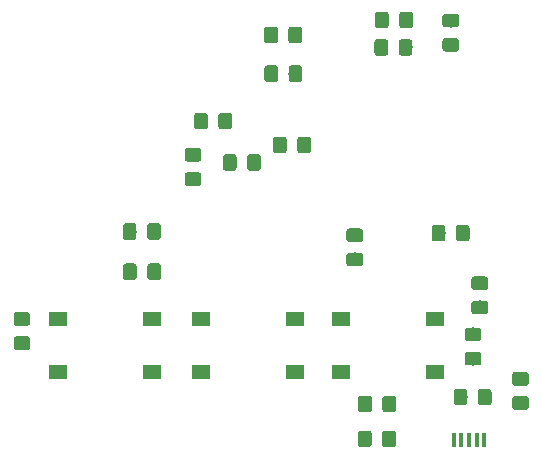
<source format=gbr>
G04 #@! TF.GenerationSoftware,KiCad,Pcbnew,5.0.2-bee76a0~70~ubuntu18.04.1*
G04 #@! TF.CreationDate,2019-03-30T14:25:07+01:00*
G04 #@! TF.ProjectId,jarwis,6a617277-6973-42e6-9b69-6361645f7063,rev?*
G04 #@! TF.SameCoordinates,Original*
G04 #@! TF.FileFunction,Paste,Top*
G04 #@! TF.FilePolarity,Positive*
%FSLAX46Y46*%
G04 Gerber Fmt 4.6, Leading zero omitted, Abs format (unit mm)*
G04 Created by KiCad (PCBNEW 5.0.2-bee76a0~70~ubuntu18.04.1) date sáb 30 mar 2019 14:25:07 CET*
%MOMM*%
%LPD*%
G01*
G04 APERTURE LIST*
%ADD10C,0.100000*%
%ADD11C,1.150000*%
%ADD12R,0.450000X1.300000*%
%ADD13R,1.550000X1.300000*%
G04 APERTURE END LIST*
D10*
G04 #@! TO.C,C104*
G36*
X169920445Y-101390584D02*
X169944713Y-101394184D01*
X169968512Y-101400145D01*
X169991611Y-101408410D01*
X170013790Y-101418900D01*
X170034833Y-101431512D01*
X170054539Y-101446127D01*
X170072717Y-101462603D01*
X170089193Y-101480781D01*
X170103808Y-101500487D01*
X170116420Y-101521530D01*
X170126910Y-101543709D01*
X170135175Y-101566808D01*
X170141136Y-101590607D01*
X170144736Y-101614875D01*
X170145940Y-101639379D01*
X170145940Y-102289381D01*
X170144736Y-102313885D01*
X170141136Y-102338153D01*
X170135175Y-102361952D01*
X170126910Y-102385051D01*
X170116420Y-102407230D01*
X170103808Y-102428273D01*
X170089193Y-102447979D01*
X170072717Y-102466157D01*
X170054539Y-102482633D01*
X170034833Y-102497248D01*
X170013790Y-102509860D01*
X169991611Y-102520350D01*
X169968512Y-102528615D01*
X169944713Y-102534576D01*
X169920445Y-102538176D01*
X169895941Y-102539380D01*
X168995939Y-102539380D01*
X168971435Y-102538176D01*
X168947167Y-102534576D01*
X168923368Y-102528615D01*
X168900269Y-102520350D01*
X168878090Y-102509860D01*
X168857047Y-102497248D01*
X168837341Y-102482633D01*
X168819163Y-102466157D01*
X168802687Y-102447979D01*
X168788072Y-102428273D01*
X168775460Y-102407230D01*
X168764970Y-102385051D01*
X168756705Y-102361952D01*
X168750744Y-102338153D01*
X168747144Y-102313885D01*
X168745940Y-102289381D01*
X168745940Y-101639379D01*
X168747144Y-101614875D01*
X168750744Y-101590607D01*
X168756705Y-101566808D01*
X168764970Y-101543709D01*
X168775460Y-101521530D01*
X168788072Y-101500487D01*
X168802687Y-101480781D01*
X168819163Y-101462603D01*
X168837341Y-101446127D01*
X168857047Y-101431512D01*
X168878090Y-101418900D01*
X168900269Y-101408410D01*
X168923368Y-101400145D01*
X168947167Y-101394184D01*
X168971435Y-101390584D01*
X168995939Y-101389380D01*
X169895941Y-101389380D01*
X169920445Y-101390584D01*
X169920445Y-101390584D01*
G37*
D11*
X169445940Y-101964380D03*
D10*
G36*
X169920445Y-103440584D02*
X169944713Y-103444184D01*
X169968512Y-103450145D01*
X169991611Y-103458410D01*
X170013790Y-103468900D01*
X170034833Y-103481512D01*
X170054539Y-103496127D01*
X170072717Y-103512603D01*
X170089193Y-103530781D01*
X170103808Y-103550487D01*
X170116420Y-103571530D01*
X170126910Y-103593709D01*
X170135175Y-103616808D01*
X170141136Y-103640607D01*
X170144736Y-103664875D01*
X170145940Y-103689379D01*
X170145940Y-104339381D01*
X170144736Y-104363885D01*
X170141136Y-104388153D01*
X170135175Y-104411952D01*
X170126910Y-104435051D01*
X170116420Y-104457230D01*
X170103808Y-104478273D01*
X170089193Y-104497979D01*
X170072717Y-104516157D01*
X170054539Y-104532633D01*
X170034833Y-104547248D01*
X170013790Y-104559860D01*
X169991611Y-104570350D01*
X169968512Y-104578615D01*
X169944713Y-104584576D01*
X169920445Y-104588176D01*
X169895941Y-104589380D01*
X168995939Y-104589380D01*
X168971435Y-104588176D01*
X168947167Y-104584576D01*
X168923368Y-104578615D01*
X168900269Y-104570350D01*
X168878090Y-104559860D01*
X168857047Y-104547248D01*
X168837341Y-104532633D01*
X168819163Y-104516157D01*
X168802687Y-104497979D01*
X168788072Y-104478273D01*
X168775460Y-104457230D01*
X168764970Y-104435051D01*
X168756705Y-104411952D01*
X168750744Y-104388153D01*
X168747144Y-104363885D01*
X168745940Y-104339381D01*
X168745940Y-103689379D01*
X168747144Y-103664875D01*
X168750744Y-103640607D01*
X168756705Y-103616808D01*
X168764970Y-103593709D01*
X168775460Y-103571530D01*
X168788072Y-103550487D01*
X168802687Y-103530781D01*
X168819163Y-103512603D01*
X168837341Y-103496127D01*
X168857047Y-103481512D01*
X168878090Y-103468900D01*
X168900269Y-103458410D01*
X168923368Y-103450145D01*
X168947167Y-103444184D01*
X168971435Y-103440584D01*
X168995939Y-103439380D01*
X169895941Y-103439380D01*
X169920445Y-103440584D01*
X169920445Y-103440584D01*
G37*
D11*
X169445940Y-104014380D03*
G04 #@! TD*
D10*
G04 #@! TO.C,C106*
G36*
X155897105Y-89240384D02*
X155921373Y-89243984D01*
X155945172Y-89249945D01*
X155968271Y-89258210D01*
X155990450Y-89268700D01*
X156011493Y-89281312D01*
X156031199Y-89295927D01*
X156049377Y-89312403D01*
X156065853Y-89330581D01*
X156080468Y-89350287D01*
X156093080Y-89371330D01*
X156103570Y-89393509D01*
X156111835Y-89416608D01*
X156117796Y-89440407D01*
X156121396Y-89464675D01*
X156122600Y-89489179D01*
X156122600Y-90139181D01*
X156121396Y-90163685D01*
X156117796Y-90187953D01*
X156111835Y-90211752D01*
X156103570Y-90234851D01*
X156093080Y-90257030D01*
X156080468Y-90278073D01*
X156065853Y-90297779D01*
X156049377Y-90315957D01*
X156031199Y-90332433D01*
X156011493Y-90347048D01*
X155990450Y-90359660D01*
X155968271Y-90370150D01*
X155945172Y-90378415D01*
X155921373Y-90384376D01*
X155897105Y-90387976D01*
X155872601Y-90389180D01*
X154972599Y-90389180D01*
X154948095Y-90387976D01*
X154923827Y-90384376D01*
X154900028Y-90378415D01*
X154876929Y-90370150D01*
X154854750Y-90359660D01*
X154833707Y-90347048D01*
X154814001Y-90332433D01*
X154795823Y-90315957D01*
X154779347Y-90297779D01*
X154764732Y-90278073D01*
X154752120Y-90257030D01*
X154741630Y-90234851D01*
X154733365Y-90211752D01*
X154727404Y-90187953D01*
X154723804Y-90163685D01*
X154722600Y-90139181D01*
X154722600Y-89489179D01*
X154723804Y-89464675D01*
X154727404Y-89440407D01*
X154733365Y-89416608D01*
X154741630Y-89393509D01*
X154752120Y-89371330D01*
X154764732Y-89350287D01*
X154779347Y-89330581D01*
X154795823Y-89312403D01*
X154814001Y-89295927D01*
X154833707Y-89281312D01*
X154854750Y-89268700D01*
X154876929Y-89258210D01*
X154900028Y-89249945D01*
X154923827Y-89243984D01*
X154948095Y-89240384D01*
X154972599Y-89239180D01*
X155872601Y-89239180D01*
X155897105Y-89240384D01*
X155897105Y-89240384D01*
G37*
D11*
X155422600Y-89814180D03*
D10*
G36*
X155897105Y-91290384D02*
X155921373Y-91293984D01*
X155945172Y-91299945D01*
X155968271Y-91308210D01*
X155990450Y-91318700D01*
X156011493Y-91331312D01*
X156031199Y-91345927D01*
X156049377Y-91362403D01*
X156065853Y-91380581D01*
X156080468Y-91400287D01*
X156093080Y-91421330D01*
X156103570Y-91443509D01*
X156111835Y-91466608D01*
X156117796Y-91490407D01*
X156121396Y-91514675D01*
X156122600Y-91539179D01*
X156122600Y-92189181D01*
X156121396Y-92213685D01*
X156117796Y-92237953D01*
X156111835Y-92261752D01*
X156103570Y-92284851D01*
X156093080Y-92307030D01*
X156080468Y-92328073D01*
X156065853Y-92347779D01*
X156049377Y-92365957D01*
X156031199Y-92382433D01*
X156011493Y-92397048D01*
X155990450Y-92409660D01*
X155968271Y-92420150D01*
X155945172Y-92428415D01*
X155921373Y-92434376D01*
X155897105Y-92437976D01*
X155872601Y-92439180D01*
X154972599Y-92439180D01*
X154948095Y-92437976D01*
X154923827Y-92434376D01*
X154900028Y-92428415D01*
X154876929Y-92420150D01*
X154854750Y-92409660D01*
X154833707Y-92397048D01*
X154814001Y-92382433D01*
X154795823Y-92365957D01*
X154779347Y-92347779D01*
X154764732Y-92328073D01*
X154752120Y-92307030D01*
X154741630Y-92284851D01*
X154733365Y-92261752D01*
X154727404Y-92237953D01*
X154723804Y-92213685D01*
X154722600Y-92189181D01*
X154722600Y-91539179D01*
X154723804Y-91514675D01*
X154727404Y-91490407D01*
X154733365Y-91466608D01*
X154741630Y-91443509D01*
X154752120Y-91421330D01*
X154764732Y-91400287D01*
X154779347Y-91380581D01*
X154795823Y-91362403D01*
X154814001Y-91345927D01*
X154833707Y-91331312D01*
X154854750Y-91318700D01*
X154876929Y-91308210D01*
X154900028Y-91299945D01*
X154923827Y-91293984D01*
X154948095Y-91290384D01*
X154972599Y-91289180D01*
X155872601Y-91289180D01*
X155897105Y-91290384D01*
X155897105Y-91290384D01*
G37*
D11*
X155422600Y-91864180D03*
G04 #@! TD*
D10*
G04 #@! TO.C,D102*
G36*
X158691945Y-103395484D02*
X158716213Y-103399084D01*
X158740012Y-103405045D01*
X158763111Y-103413310D01*
X158785290Y-103423800D01*
X158806333Y-103436412D01*
X158826039Y-103451027D01*
X158844217Y-103467503D01*
X158860693Y-103485681D01*
X158875308Y-103505387D01*
X158887920Y-103526430D01*
X158898410Y-103548609D01*
X158906675Y-103571708D01*
X158912636Y-103595507D01*
X158916236Y-103619775D01*
X158917440Y-103644279D01*
X158917440Y-104544281D01*
X158916236Y-104568785D01*
X158912636Y-104593053D01*
X158906675Y-104616852D01*
X158898410Y-104639951D01*
X158887920Y-104662130D01*
X158875308Y-104683173D01*
X158860693Y-104702879D01*
X158844217Y-104721057D01*
X158826039Y-104737533D01*
X158806333Y-104752148D01*
X158785290Y-104764760D01*
X158763111Y-104775250D01*
X158740012Y-104783515D01*
X158716213Y-104789476D01*
X158691945Y-104793076D01*
X158667441Y-104794280D01*
X158017439Y-104794280D01*
X157992935Y-104793076D01*
X157968667Y-104789476D01*
X157944868Y-104783515D01*
X157921769Y-104775250D01*
X157899590Y-104764760D01*
X157878547Y-104752148D01*
X157858841Y-104737533D01*
X157840663Y-104721057D01*
X157824187Y-104702879D01*
X157809572Y-104683173D01*
X157796960Y-104662130D01*
X157786470Y-104639951D01*
X157778205Y-104616852D01*
X157772244Y-104593053D01*
X157768644Y-104568785D01*
X157767440Y-104544281D01*
X157767440Y-103644279D01*
X157768644Y-103619775D01*
X157772244Y-103595507D01*
X157778205Y-103571708D01*
X157786470Y-103548609D01*
X157796960Y-103526430D01*
X157809572Y-103505387D01*
X157824187Y-103485681D01*
X157840663Y-103467503D01*
X157858841Y-103451027D01*
X157878547Y-103436412D01*
X157899590Y-103423800D01*
X157921769Y-103413310D01*
X157944868Y-103405045D01*
X157968667Y-103399084D01*
X157992935Y-103395484D01*
X158017439Y-103394280D01*
X158667441Y-103394280D01*
X158691945Y-103395484D01*
X158691945Y-103395484D01*
G37*
D11*
X158342440Y-104094280D03*
D10*
G36*
X156641945Y-103395484D02*
X156666213Y-103399084D01*
X156690012Y-103405045D01*
X156713111Y-103413310D01*
X156735290Y-103423800D01*
X156756333Y-103436412D01*
X156776039Y-103451027D01*
X156794217Y-103467503D01*
X156810693Y-103485681D01*
X156825308Y-103505387D01*
X156837920Y-103526430D01*
X156848410Y-103548609D01*
X156856675Y-103571708D01*
X156862636Y-103595507D01*
X156866236Y-103619775D01*
X156867440Y-103644279D01*
X156867440Y-104544281D01*
X156866236Y-104568785D01*
X156862636Y-104593053D01*
X156856675Y-104616852D01*
X156848410Y-104639951D01*
X156837920Y-104662130D01*
X156825308Y-104683173D01*
X156810693Y-104702879D01*
X156794217Y-104721057D01*
X156776039Y-104737533D01*
X156756333Y-104752148D01*
X156735290Y-104764760D01*
X156713111Y-104775250D01*
X156690012Y-104783515D01*
X156666213Y-104789476D01*
X156641945Y-104793076D01*
X156617441Y-104794280D01*
X155967439Y-104794280D01*
X155942935Y-104793076D01*
X155918667Y-104789476D01*
X155894868Y-104783515D01*
X155871769Y-104775250D01*
X155849590Y-104764760D01*
X155828547Y-104752148D01*
X155808841Y-104737533D01*
X155790663Y-104721057D01*
X155774187Y-104702879D01*
X155759572Y-104683173D01*
X155746960Y-104662130D01*
X155736470Y-104639951D01*
X155728205Y-104616852D01*
X155722244Y-104593053D01*
X155718644Y-104568785D01*
X155717440Y-104544281D01*
X155717440Y-103644279D01*
X155718644Y-103619775D01*
X155722244Y-103595507D01*
X155728205Y-103571708D01*
X155736470Y-103548609D01*
X155746960Y-103526430D01*
X155759572Y-103505387D01*
X155774187Y-103485681D01*
X155790663Y-103467503D01*
X155808841Y-103451027D01*
X155828547Y-103436412D01*
X155849590Y-103423800D01*
X155871769Y-103413310D01*
X155894868Y-103405045D01*
X155918667Y-103399084D01*
X155942935Y-103395484D01*
X155967439Y-103394280D01*
X156617441Y-103394280D01*
X156641945Y-103395484D01*
X156641945Y-103395484D01*
G37*
D11*
X156292440Y-104094280D03*
G04 #@! TD*
D10*
G04 #@! TO.C,D108*
G36*
X166776765Y-102811284D02*
X166801033Y-102814884D01*
X166824832Y-102820845D01*
X166847931Y-102829110D01*
X166870110Y-102839600D01*
X166891153Y-102852212D01*
X166910859Y-102866827D01*
X166929037Y-102883303D01*
X166945513Y-102901481D01*
X166960128Y-102921187D01*
X166972740Y-102942230D01*
X166983230Y-102964409D01*
X166991495Y-102987508D01*
X166997456Y-103011307D01*
X167001056Y-103035575D01*
X167002260Y-103060079D01*
X167002260Y-103960081D01*
X167001056Y-103984585D01*
X166997456Y-104008853D01*
X166991495Y-104032652D01*
X166983230Y-104055751D01*
X166972740Y-104077930D01*
X166960128Y-104098973D01*
X166945513Y-104118679D01*
X166929037Y-104136857D01*
X166910859Y-104153333D01*
X166891153Y-104167948D01*
X166870110Y-104180560D01*
X166847931Y-104191050D01*
X166824832Y-104199315D01*
X166801033Y-104205276D01*
X166776765Y-104208876D01*
X166752261Y-104210080D01*
X166102259Y-104210080D01*
X166077755Y-104208876D01*
X166053487Y-104205276D01*
X166029688Y-104199315D01*
X166006589Y-104191050D01*
X165984410Y-104180560D01*
X165963367Y-104167948D01*
X165943661Y-104153333D01*
X165925483Y-104136857D01*
X165909007Y-104118679D01*
X165894392Y-104098973D01*
X165881780Y-104077930D01*
X165871290Y-104055751D01*
X165863025Y-104032652D01*
X165857064Y-104008853D01*
X165853464Y-103984585D01*
X165852260Y-103960081D01*
X165852260Y-103060079D01*
X165853464Y-103035575D01*
X165857064Y-103011307D01*
X165863025Y-102987508D01*
X165871290Y-102964409D01*
X165881780Y-102942230D01*
X165894392Y-102921187D01*
X165909007Y-102901481D01*
X165925483Y-102883303D01*
X165943661Y-102866827D01*
X165963367Y-102852212D01*
X165984410Y-102839600D01*
X166006589Y-102829110D01*
X166029688Y-102820845D01*
X166053487Y-102814884D01*
X166077755Y-102811284D01*
X166102259Y-102810080D01*
X166752261Y-102810080D01*
X166776765Y-102811284D01*
X166776765Y-102811284D01*
G37*
D11*
X166427260Y-103510080D03*
D10*
G36*
X164726765Y-102811284D02*
X164751033Y-102814884D01*
X164774832Y-102820845D01*
X164797931Y-102829110D01*
X164820110Y-102839600D01*
X164841153Y-102852212D01*
X164860859Y-102866827D01*
X164879037Y-102883303D01*
X164895513Y-102901481D01*
X164910128Y-102921187D01*
X164922740Y-102942230D01*
X164933230Y-102964409D01*
X164941495Y-102987508D01*
X164947456Y-103011307D01*
X164951056Y-103035575D01*
X164952260Y-103060079D01*
X164952260Y-103960081D01*
X164951056Y-103984585D01*
X164947456Y-104008853D01*
X164941495Y-104032652D01*
X164933230Y-104055751D01*
X164922740Y-104077930D01*
X164910128Y-104098973D01*
X164895513Y-104118679D01*
X164879037Y-104136857D01*
X164860859Y-104153333D01*
X164841153Y-104167948D01*
X164820110Y-104180560D01*
X164797931Y-104191050D01*
X164774832Y-104199315D01*
X164751033Y-104205276D01*
X164726765Y-104208876D01*
X164702261Y-104210080D01*
X164052259Y-104210080D01*
X164027755Y-104208876D01*
X164003487Y-104205276D01*
X163979688Y-104199315D01*
X163956589Y-104191050D01*
X163934410Y-104180560D01*
X163913367Y-104167948D01*
X163893661Y-104153333D01*
X163875483Y-104136857D01*
X163859007Y-104118679D01*
X163844392Y-104098973D01*
X163831780Y-104077930D01*
X163821290Y-104055751D01*
X163813025Y-104032652D01*
X163807064Y-104008853D01*
X163803464Y-103984585D01*
X163802260Y-103960081D01*
X163802260Y-103060079D01*
X163803464Y-103035575D01*
X163807064Y-103011307D01*
X163813025Y-102987508D01*
X163821290Y-102964409D01*
X163831780Y-102942230D01*
X163844392Y-102921187D01*
X163859007Y-102901481D01*
X163875483Y-102883303D01*
X163893661Y-102866827D01*
X163913367Y-102852212D01*
X163934410Y-102839600D01*
X163956589Y-102829110D01*
X163979688Y-102820845D01*
X164003487Y-102814884D01*
X164027755Y-102811284D01*
X164052259Y-102810080D01*
X164702261Y-102810080D01*
X164726765Y-102811284D01*
X164726765Y-102811284D01*
G37*
D11*
X164377260Y-103510080D03*
G04 #@! TD*
D10*
G04 #@! TO.C,D109*
G36*
X164916325Y-88940344D02*
X164940593Y-88943944D01*
X164964392Y-88949905D01*
X164987491Y-88958170D01*
X165009670Y-88968660D01*
X165030713Y-88981272D01*
X165050419Y-88995887D01*
X165068597Y-89012363D01*
X165085073Y-89030541D01*
X165099688Y-89050247D01*
X165112300Y-89071290D01*
X165122790Y-89093469D01*
X165131055Y-89116568D01*
X165137016Y-89140367D01*
X165140616Y-89164635D01*
X165141820Y-89189139D01*
X165141820Y-90089141D01*
X165140616Y-90113645D01*
X165137016Y-90137913D01*
X165131055Y-90161712D01*
X165122790Y-90184811D01*
X165112300Y-90206990D01*
X165099688Y-90228033D01*
X165085073Y-90247739D01*
X165068597Y-90265917D01*
X165050419Y-90282393D01*
X165030713Y-90297008D01*
X165009670Y-90309620D01*
X164987491Y-90320110D01*
X164964392Y-90328375D01*
X164940593Y-90334336D01*
X164916325Y-90337936D01*
X164891821Y-90339140D01*
X164241819Y-90339140D01*
X164217315Y-90337936D01*
X164193047Y-90334336D01*
X164169248Y-90328375D01*
X164146149Y-90320110D01*
X164123970Y-90309620D01*
X164102927Y-90297008D01*
X164083221Y-90282393D01*
X164065043Y-90265917D01*
X164048567Y-90247739D01*
X164033952Y-90228033D01*
X164021340Y-90206990D01*
X164010850Y-90184811D01*
X164002585Y-90161712D01*
X163996624Y-90137913D01*
X163993024Y-90113645D01*
X163991820Y-90089141D01*
X163991820Y-89189139D01*
X163993024Y-89164635D01*
X163996624Y-89140367D01*
X164002585Y-89116568D01*
X164010850Y-89093469D01*
X164021340Y-89071290D01*
X164033952Y-89050247D01*
X164048567Y-89030541D01*
X164065043Y-89012363D01*
X164083221Y-88995887D01*
X164102927Y-88981272D01*
X164123970Y-88968660D01*
X164146149Y-88958170D01*
X164169248Y-88949905D01*
X164193047Y-88943944D01*
X164217315Y-88940344D01*
X164241819Y-88939140D01*
X164891821Y-88939140D01*
X164916325Y-88940344D01*
X164916325Y-88940344D01*
G37*
D11*
X164566820Y-89639140D03*
D10*
G36*
X162866325Y-88940344D02*
X162890593Y-88943944D01*
X162914392Y-88949905D01*
X162937491Y-88958170D01*
X162959670Y-88968660D01*
X162980713Y-88981272D01*
X163000419Y-88995887D01*
X163018597Y-89012363D01*
X163035073Y-89030541D01*
X163049688Y-89050247D01*
X163062300Y-89071290D01*
X163072790Y-89093469D01*
X163081055Y-89116568D01*
X163087016Y-89140367D01*
X163090616Y-89164635D01*
X163091820Y-89189139D01*
X163091820Y-90089141D01*
X163090616Y-90113645D01*
X163087016Y-90137913D01*
X163081055Y-90161712D01*
X163072790Y-90184811D01*
X163062300Y-90206990D01*
X163049688Y-90228033D01*
X163035073Y-90247739D01*
X163018597Y-90265917D01*
X163000419Y-90282393D01*
X162980713Y-90297008D01*
X162959670Y-90309620D01*
X162937491Y-90320110D01*
X162914392Y-90328375D01*
X162890593Y-90334336D01*
X162866325Y-90337936D01*
X162841821Y-90339140D01*
X162191819Y-90339140D01*
X162167315Y-90337936D01*
X162143047Y-90334336D01*
X162119248Y-90328375D01*
X162096149Y-90320110D01*
X162073970Y-90309620D01*
X162052927Y-90297008D01*
X162033221Y-90282393D01*
X162015043Y-90265917D01*
X161998567Y-90247739D01*
X161983952Y-90228033D01*
X161971340Y-90206990D01*
X161960850Y-90184811D01*
X161952585Y-90161712D01*
X161946624Y-90137913D01*
X161943024Y-90113645D01*
X161941820Y-90089141D01*
X161941820Y-89189139D01*
X161943024Y-89164635D01*
X161946624Y-89140367D01*
X161952585Y-89116568D01*
X161960850Y-89093469D01*
X161971340Y-89071290D01*
X161983952Y-89050247D01*
X161998567Y-89030541D01*
X162015043Y-89012363D01*
X162033221Y-88995887D01*
X162052927Y-88981272D01*
X162073970Y-88968660D01*
X162096149Y-88958170D01*
X162119248Y-88949905D01*
X162143047Y-88943944D01*
X162167315Y-88940344D01*
X162191819Y-88939140D01*
X162841821Y-88939140D01*
X162866325Y-88940344D01*
X162866325Y-88940344D01*
G37*
D11*
X162516820Y-89639140D03*
G04 #@! TD*
D10*
G04 #@! TO.C,R101*
G36*
X127705645Y-98378364D02*
X127729913Y-98381964D01*
X127753712Y-98387925D01*
X127776811Y-98396190D01*
X127798990Y-98406680D01*
X127820033Y-98419292D01*
X127839739Y-98433907D01*
X127857917Y-98450383D01*
X127874393Y-98468561D01*
X127889008Y-98488267D01*
X127901620Y-98509310D01*
X127912110Y-98531489D01*
X127920375Y-98554588D01*
X127926336Y-98578387D01*
X127929936Y-98602655D01*
X127931140Y-98627159D01*
X127931140Y-99277161D01*
X127929936Y-99301665D01*
X127926336Y-99325933D01*
X127920375Y-99349732D01*
X127912110Y-99372831D01*
X127901620Y-99395010D01*
X127889008Y-99416053D01*
X127874393Y-99435759D01*
X127857917Y-99453937D01*
X127839739Y-99470413D01*
X127820033Y-99485028D01*
X127798990Y-99497640D01*
X127776811Y-99508130D01*
X127753712Y-99516395D01*
X127729913Y-99522356D01*
X127705645Y-99525956D01*
X127681141Y-99527160D01*
X126781139Y-99527160D01*
X126756635Y-99525956D01*
X126732367Y-99522356D01*
X126708568Y-99516395D01*
X126685469Y-99508130D01*
X126663290Y-99497640D01*
X126642247Y-99485028D01*
X126622541Y-99470413D01*
X126604363Y-99453937D01*
X126587887Y-99435759D01*
X126573272Y-99416053D01*
X126560660Y-99395010D01*
X126550170Y-99372831D01*
X126541905Y-99349732D01*
X126535944Y-99325933D01*
X126532344Y-99301665D01*
X126531140Y-99277161D01*
X126531140Y-98627159D01*
X126532344Y-98602655D01*
X126535944Y-98578387D01*
X126541905Y-98554588D01*
X126550170Y-98531489D01*
X126560660Y-98509310D01*
X126573272Y-98488267D01*
X126587887Y-98468561D01*
X126604363Y-98450383D01*
X126622541Y-98433907D01*
X126642247Y-98419292D01*
X126663290Y-98406680D01*
X126685469Y-98396190D01*
X126708568Y-98387925D01*
X126732367Y-98381964D01*
X126756635Y-98378364D01*
X126781139Y-98377160D01*
X127681141Y-98377160D01*
X127705645Y-98378364D01*
X127705645Y-98378364D01*
G37*
D11*
X127231140Y-98952160D03*
D10*
G36*
X127705645Y-96328364D02*
X127729913Y-96331964D01*
X127753712Y-96337925D01*
X127776811Y-96346190D01*
X127798990Y-96356680D01*
X127820033Y-96369292D01*
X127839739Y-96383907D01*
X127857917Y-96400383D01*
X127874393Y-96418561D01*
X127889008Y-96438267D01*
X127901620Y-96459310D01*
X127912110Y-96481489D01*
X127920375Y-96504588D01*
X127926336Y-96528387D01*
X127929936Y-96552655D01*
X127931140Y-96577159D01*
X127931140Y-97227161D01*
X127929936Y-97251665D01*
X127926336Y-97275933D01*
X127920375Y-97299732D01*
X127912110Y-97322831D01*
X127901620Y-97345010D01*
X127889008Y-97366053D01*
X127874393Y-97385759D01*
X127857917Y-97403937D01*
X127839739Y-97420413D01*
X127820033Y-97435028D01*
X127798990Y-97447640D01*
X127776811Y-97458130D01*
X127753712Y-97466395D01*
X127729913Y-97472356D01*
X127705645Y-97475956D01*
X127681141Y-97477160D01*
X126781139Y-97477160D01*
X126756635Y-97475956D01*
X126732367Y-97472356D01*
X126708568Y-97466395D01*
X126685469Y-97458130D01*
X126663290Y-97447640D01*
X126642247Y-97435028D01*
X126622541Y-97420413D01*
X126604363Y-97403937D01*
X126587887Y-97385759D01*
X126573272Y-97366053D01*
X126560660Y-97345010D01*
X126550170Y-97322831D01*
X126541905Y-97299732D01*
X126535944Y-97275933D01*
X126532344Y-97251665D01*
X126531140Y-97227161D01*
X126531140Y-96577159D01*
X126532344Y-96552655D01*
X126535944Y-96528387D01*
X126541905Y-96504588D01*
X126550170Y-96481489D01*
X126560660Y-96459310D01*
X126573272Y-96438267D01*
X126587887Y-96418561D01*
X126604363Y-96400383D01*
X126622541Y-96383907D01*
X126642247Y-96369292D01*
X126663290Y-96356680D01*
X126685469Y-96346190D01*
X126708568Y-96337925D01*
X126732367Y-96331964D01*
X126756635Y-96328364D01*
X126781139Y-96327160D01*
X127681141Y-96327160D01*
X127705645Y-96328364D01*
X127705645Y-96328364D01*
G37*
D11*
X127231140Y-96902160D03*
G04 #@! TD*
D10*
G04 #@! TO.C,R102*
G36*
X166478745Y-95354384D02*
X166503013Y-95357984D01*
X166526812Y-95363945D01*
X166549911Y-95372210D01*
X166572090Y-95382700D01*
X166593133Y-95395312D01*
X166612839Y-95409927D01*
X166631017Y-95426403D01*
X166647493Y-95444581D01*
X166662108Y-95464287D01*
X166674720Y-95485330D01*
X166685210Y-95507509D01*
X166693475Y-95530608D01*
X166699436Y-95554407D01*
X166703036Y-95578675D01*
X166704240Y-95603179D01*
X166704240Y-96253181D01*
X166703036Y-96277685D01*
X166699436Y-96301953D01*
X166693475Y-96325752D01*
X166685210Y-96348851D01*
X166674720Y-96371030D01*
X166662108Y-96392073D01*
X166647493Y-96411779D01*
X166631017Y-96429957D01*
X166612839Y-96446433D01*
X166593133Y-96461048D01*
X166572090Y-96473660D01*
X166549911Y-96484150D01*
X166526812Y-96492415D01*
X166503013Y-96498376D01*
X166478745Y-96501976D01*
X166454241Y-96503180D01*
X165554239Y-96503180D01*
X165529735Y-96501976D01*
X165505467Y-96498376D01*
X165481668Y-96492415D01*
X165458569Y-96484150D01*
X165436390Y-96473660D01*
X165415347Y-96461048D01*
X165395641Y-96446433D01*
X165377463Y-96429957D01*
X165360987Y-96411779D01*
X165346372Y-96392073D01*
X165333760Y-96371030D01*
X165323270Y-96348851D01*
X165315005Y-96325752D01*
X165309044Y-96301953D01*
X165305444Y-96277685D01*
X165304240Y-96253181D01*
X165304240Y-95603179D01*
X165305444Y-95578675D01*
X165309044Y-95554407D01*
X165315005Y-95530608D01*
X165323270Y-95507509D01*
X165333760Y-95485330D01*
X165346372Y-95464287D01*
X165360987Y-95444581D01*
X165377463Y-95426403D01*
X165395641Y-95409927D01*
X165415347Y-95395312D01*
X165436390Y-95382700D01*
X165458569Y-95372210D01*
X165481668Y-95363945D01*
X165505467Y-95357984D01*
X165529735Y-95354384D01*
X165554239Y-95353180D01*
X166454241Y-95353180D01*
X166478745Y-95354384D01*
X166478745Y-95354384D01*
G37*
D11*
X166004240Y-95928180D03*
D10*
G36*
X166478745Y-93304384D02*
X166503013Y-93307984D01*
X166526812Y-93313945D01*
X166549911Y-93322210D01*
X166572090Y-93332700D01*
X166593133Y-93345312D01*
X166612839Y-93359927D01*
X166631017Y-93376403D01*
X166647493Y-93394581D01*
X166662108Y-93414287D01*
X166674720Y-93435330D01*
X166685210Y-93457509D01*
X166693475Y-93480608D01*
X166699436Y-93504407D01*
X166703036Y-93528675D01*
X166704240Y-93553179D01*
X166704240Y-94203181D01*
X166703036Y-94227685D01*
X166699436Y-94251953D01*
X166693475Y-94275752D01*
X166685210Y-94298851D01*
X166674720Y-94321030D01*
X166662108Y-94342073D01*
X166647493Y-94361779D01*
X166631017Y-94379957D01*
X166612839Y-94396433D01*
X166593133Y-94411048D01*
X166572090Y-94423660D01*
X166549911Y-94434150D01*
X166526812Y-94442415D01*
X166503013Y-94448376D01*
X166478745Y-94451976D01*
X166454241Y-94453180D01*
X165554239Y-94453180D01*
X165529735Y-94451976D01*
X165505467Y-94448376D01*
X165481668Y-94442415D01*
X165458569Y-94434150D01*
X165436390Y-94423660D01*
X165415347Y-94411048D01*
X165395641Y-94396433D01*
X165377463Y-94379957D01*
X165360987Y-94361779D01*
X165346372Y-94342073D01*
X165333760Y-94321030D01*
X165323270Y-94298851D01*
X165315005Y-94275752D01*
X165309044Y-94251953D01*
X165305444Y-94227685D01*
X165304240Y-94203181D01*
X165304240Y-93553179D01*
X165305444Y-93528675D01*
X165309044Y-93504407D01*
X165315005Y-93480608D01*
X165323270Y-93457509D01*
X165333760Y-93435330D01*
X165346372Y-93414287D01*
X165360987Y-93394581D01*
X165377463Y-93376403D01*
X165395641Y-93359927D01*
X165415347Y-93345312D01*
X165436390Y-93332700D01*
X165458569Y-93322210D01*
X165481668Y-93313945D01*
X165505467Y-93307984D01*
X165529735Y-93304384D01*
X165554239Y-93303180D01*
X166454241Y-93303180D01*
X166478745Y-93304384D01*
X166478745Y-93304384D01*
G37*
D11*
X166004240Y-93878180D03*
G04 #@! TD*
D10*
G04 #@! TO.C,R103*
G36*
X149432045Y-81454964D02*
X149456313Y-81458564D01*
X149480112Y-81464525D01*
X149503211Y-81472790D01*
X149525390Y-81483280D01*
X149546433Y-81495892D01*
X149566139Y-81510507D01*
X149584317Y-81526983D01*
X149600793Y-81545161D01*
X149615408Y-81564867D01*
X149628020Y-81585910D01*
X149638510Y-81608089D01*
X149646775Y-81631188D01*
X149652736Y-81654987D01*
X149656336Y-81679255D01*
X149657540Y-81703759D01*
X149657540Y-82603761D01*
X149656336Y-82628265D01*
X149652736Y-82652533D01*
X149646775Y-82676332D01*
X149638510Y-82699431D01*
X149628020Y-82721610D01*
X149615408Y-82742653D01*
X149600793Y-82762359D01*
X149584317Y-82780537D01*
X149566139Y-82797013D01*
X149546433Y-82811628D01*
X149525390Y-82824240D01*
X149503211Y-82834730D01*
X149480112Y-82842995D01*
X149456313Y-82848956D01*
X149432045Y-82852556D01*
X149407541Y-82853760D01*
X148757539Y-82853760D01*
X148733035Y-82852556D01*
X148708767Y-82848956D01*
X148684968Y-82842995D01*
X148661869Y-82834730D01*
X148639690Y-82824240D01*
X148618647Y-82811628D01*
X148598941Y-82797013D01*
X148580763Y-82780537D01*
X148564287Y-82762359D01*
X148549672Y-82742653D01*
X148537060Y-82721610D01*
X148526570Y-82699431D01*
X148518305Y-82676332D01*
X148512344Y-82652533D01*
X148508744Y-82628265D01*
X148507540Y-82603761D01*
X148507540Y-81703759D01*
X148508744Y-81679255D01*
X148512344Y-81654987D01*
X148518305Y-81631188D01*
X148526570Y-81608089D01*
X148537060Y-81585910D01*
X148549672Y-81564867D01*
X148564287Y-81545161D01*
X148580763Y-81526983D01*
X148598941Y-81510507D01*
X148618647Y-81495892D01*
X148639690Y-81483280D01*
X148661869Y-81472790D01*
X148684968Y-81464525D01*
X148708767Y-81458564D01*
X148733035Y-81454964D01*
X148757539Y-81453760D01*
X149407541Y-81453760D01*
X149432045Y-81454964D01*
X149432045Y-81454964D01*
G37*
D11*
X149082540Y-82153760D03*
D10*
G36*
X151482045Y-81454964D02*
X151506313Y-81458564D01*
X151530112Y-81464525D01*
X151553211Y-81472790D01*
X151575390Y-81483280D01*
X151596433Y-81495892D01*
X151616139Y-81510507D01*
X151634317Y-81526983D01*
X151650793Y-81545161D01*
X151665408Y-81564867D01*
X151678020Y-81585910D01*
X151688510Y-81608089D01*
X151696775Y-81631188D01*
X151702736Y-81654987D01*
X151706336Y-81679255D01*
X151707540Y-81703759D01*
X151707540Y-82603761D01*
X151706336Y-82628265D01*
X151702736Y-82652533D01*
X151696775Y-82676332D01*
X151688510Y-82699431D01*
X151678020Y-82721610D01*
X151665408Y-82742653D01*
X151650793Y-82762359D01*
X151634317Y-82780537D01*
X151616139Y-82797013D01*
X151596433Y-82811628D01*
X151575390Y-82824240D01*
X151553211Y-82834730D01*
X151530112Y-82842995D01*
X151506313Y-82848956D01*
X151482045Y-82852556D01*
X151457541Y-82853760D01*
X150807539Y-82853760D01*
X150783035Y-82852556D01*
X150758767Y-82848956D01*
X150734968Y-82842995D01*
X150711869Y-82834730D01*
X150689690Y-82824240D01*
X150668647Y-82811628D01*
X150648941Y-82797013D01*
X150630763Y-82780537D01*
X150614287Y-82762359D01*
X150599672Y-82742653D01*
X150587060Y-82721610D01*
X150576570Y-82699431D01*
X150568305Y-82676332D01*
X150562344Y-82652533D01*
X150558744Y-82628265D01*
X150557540Y-82603761D01*
X150557540Y-81703759D01*
X150558744Y-81679255D01*
X150562344Y-81654987D01*
X150568305Y-81631188D01*
X150576570Y-81608089D01*
X150587060Y-81585910D01*
X150599672Y-81564867D01*
X150614287Y-81545161D01*
X150630763Y-81526983D01*
X150648941Y-81510507D01*
X150668647Y-81495892D01*
X150689690Y-81483280D01*
X150711869Y-81472790D01*
X150734968Y-81464525D01*
X150758767Y-81458564D01*
X150783035Y-81454964D01*
X150807539Y-81453760D01*
X151457541Y-81453760D01*
X151482045Y-81454964D01*
X151482045Y-81454964D01*
G37*
D11*
X151132540Y-82153760D03*
G04 #@! TD*
D10*
G04 #@! TO.C,R108*
G36*
X158669085Y-106349504D02*
X158693353Y-106353104D01*
X158717152Y-106359065D01*
X158740251Y-106367330D01*
X158762430Y-106377820D01*
X158783473Y-106390432D01*
X158803179Y-106405047D01*
X158821357Y-106421523D01*
X158837833Y-106439701D01*
X158852448Y-106459407D01*
X158865060Y-106480450D01*
X158875550Y-106502629D01*
X158883815Y-106525728D01*
X158889776Y-106549527D01*
X158893376Y-106573795D01*
X158894580Y-106598299D01*
X158894580Y-107498301D01*
X158893376Y-107522805D01*
X158889776Y-107547073D01*
X158883815Y-107570872D01*
X158875550Y-107593971D01*
X158865060Y-107616150D01*
X158852448Y-107637193D01*
X158837833Y-107656899D01*
X158821357Y-107675077D01*
X158803179Y-107691553D01*
X158783473Y-107706168D01*
X158762430Y-107718780D01*
X158740251Y-107729270D01*
X158717152Y-107737535D01*
X158693353Y-107743496D01*
X158669085Y-107747096D01*
X158644581Y-107748300D01*
X157994579Y-107748300D01*
X157970075Y-107747096D01*
X157945807Y-107743496D01*
X157922008Y-107737535D01*
X157898909Y-107729270D01*
X157876730Y-107718780D01*
X157855687Y-107706168D01*
X157835981Y-107691553D01*
X157817803Y-107675077D01*
X157801327Y-107656899D01*
X157786712Y-107637193D01*
X157774100Y-107616150D01*
X157763610Y-107593971D01*
X157755345Y-107570872D01*
X157749384Y-107547073D01*
X157745784Y-107522805D01*
X157744580Y-107498301D01*
X157744580Y-106598299D01*
X157745784Y-106573795D01*
X157749384Y-106549527D01*
X157755345Y-106525728D01*
X157763610Y-106502629D01*
X157774100Y-106480450D01*
X157786712Y-106459407D01*
X157801327Y-106439701D01*
X157817803Y-106421523D01*
X157835981Y-106405047D01*
X157855687Y-106390432D01*
X157876730Y-106377820D01*
X157898909Y-106367330D01*
X157922008Y-106359065D01*
X157945807Y-106353104D01*
X157970075Y-106349504D01*
X157994579Y-106348300D01*
X158644581Y-106348300D01*
X158669085Y-106349504D01*
X158669085Y-106349504D01*
G37*
D11*
X158319580Y-107048300D03*
D10*
G36*
X156619085Y-106349504D02*
X156643353Y-106353104D01*
X156667152Y-106359065D01*
X156690251Y-106367330D01*
X156712430Y-106377820D01*
X156733473Y-106390432D01*
X156753179Y-106405047D01*
X156771357Y-106421523D01*
X156787833Y-106439701D01*
X156802448Y-106459407D01*
X156815060Y-106480450D01*
X156825550Y-106502629D01*
X156833815Y-106525728D01*
X156839776Y-106549527D01*
X156843376Y-106573795D01*
X156844580Y-106598299D01*
X156844580Y-107498301D01*
X156843376Y-107522805D01*
X156839776Y-107547073D01*
X156833815Y-107570872D01*
X156825550Y-107593971D01*
X156815060Y-107616150D01*
X156802448Y-107637193D01*
X156787833Y-107656899D01*
X156771357Y-107675077D01*
X156753179Y-107691553D01*
X156733473Y-107706168D01*
X156712430Y-107718780D01*
X156690251Y-107729270D01*
X156667152Y-107737535D01*
X156643353Y-107743496D01*
X156619085Y-107747096D01*
X156594581Y-107748300D01*
X155944579Y-107748300D01*
X155920075Y-107747096D01*
X155895807Y-107743496D01*
X155872008Y-107737535D01*
X155848909Y-107729270D01*
X155826730Y-107718780D01*
X155805687Y-107706168D01*
X155785981Y-107691553D01*
X155767803Y-107675077D01*
X155751327Y-107656899D01*
X155736712Y-107637193D01*
X155724100Y-107616150D01*
X155713610Y-107593971D01*
X155705345Y-107570872D01*
X155699384Y-107547073D01*
X155695784Y-107522805D01*
X155694580Y-107498301D01*
X155694580Y-106598299D01*
X155695784Y-106573795D01*
X155699384Y-106549527D01*
X155705345Y-106525728D01*
X155713610Y-106502629D01*
X155724100Y-106480450D01*
X155736712Y-106459407D01*
X155751327Y-106439701D01*
X155767803Y-106421523D01*
X155785981Y-106405047D01*
X155805687Y-106390432D01*
X155826730Y-106377820D01*
X155848909Y-106367330D01*
X155872008Y-106359065D01*
X155895807Y-106353104D01*
X155920075Y-106349504D01*
X155944579Y-106348300D01*
X156594581Y-106348300D01*
X156619085Y-106349504D01*
X156619085Y-106349504D01*
G37*
D11*
X156269580Y-107048300D03*
G04 #@! TD*
D10*
G04 #@! TO.C,R114*
G36*
X145190245Y-82951024D02*
X145214513Y-82954624D01*
X145238312Y-82960585D01*
X145261411Y-82968850D01*
X145283590Y-82979340D01*
X145304633Y-82991952D01*
X145324339Y-83006567D01*
X145342517Y-83023043D01*
X145358993Y-83041221D01*
X145373608Y-83060927D01*
X145386220Y-83081970D01*
X145396710Y-83104149D01*
X145404975Y-83127248D01*
X145410936Y-83151047D01*
X145414536Y-83175315D01*
X145415740Y-83199819D01*
X145415740Y-84099821D01*
X145414536Y-84124325D01*
X145410936Y-84148593D01*
X145404975Y-84172392D01*
X145396710Y-84195491D01*
X145386220Y-84217670D01*
X145373608Y-84238713D01*
X145358993Y-84258419D01*
X145342517Y-84276597D01*
X145324339Y-84293073D01*
X145304633Y-84307688D01*
X145283590Y-84320300D01*
X145261411Y-84330790D01*
X145238312Y-84339055D01*
X145214513Y-84345016D01*
X145190245Y-84348616D01*
X145165741Y-84349820D01*
X144515739Y-84349820D01*
X144491235Y-84348616D01*
X144466967Y-84345016D01*
X144443168Y-84339055D01*
X144420069Y-84330790D01*
X144397890Y-84320300D01*
X144376847Y-84307688D01*
X144357141Y-84293073D01*
X144338963Y-84276597D01*
X144322487Y-84258419D01*
X144307872Y-84238713D01*
X144295260Y-84217670D01*
X144284770Y-84195491D01*
X144276505Y-84172392D01*
X144270544Y-84148593D01*
X144266944Y-84124325D01*
X144265740Y-84099821D01*
X144265740Y-83199819D01*
X144266944Y-83175315D01*
X144270544Y-83151047D01*
X144276505Y-83127248D01*
X144284770Y-83104149D01*
X144295260Y-83081970D01*
X144307872Y-83060927D01*
X144322487Y-83041221D01*
X144338963Y-83023043D01*
X144357141Y-83006567D01*
X144376847Y-82991952D01*
X144397890Y-82979340D01*
X144420069Y-82968850D01*
X144443168Y-82960585D01*
X144466967Y-82954624D01*
X144491235Y-82951024D01*
X144515739Y-82949820D01*
X145165741Y-82949820D01*
X145190245Y-82951024D01*
X145190245Y-82951024D01*
G37*
D11*
X144840740Y-83649820D03*
D10*
G36*
X147240245Y-82951024D02*
X147264513Y-82954624D01*
X147288312Y-82960585D01*
X147311411Y-82968850D01*
X147333590Y-82979340D01*
X147354633Y-82991952D01*
X147374339Y-83006567D01*
X147392517Y-83023043D01*
X147408993Y-83041221D01*
X147423608Y-83060927D01*
X147436220Y-83081970D01*
X147446710Y-83104149D01*
X147454975Y-83127248D01*
X147460936Y-83151047D01*
X147464536Y-83175315D01*
X147465740Y-83199819D01*
X147465740Y-84099821D01*
X147464536Y-84124325D01*
X147460936Y-84148593D01*
X147454975Y-84172392D01*
X147446710Y-84195491D01*
X147436220Y-84217670D01*
X147423608Y-84238713D01*
X147408993Y-84258419D01*
X147392517Y-84276597D01*
X147374339Y-84293073D01*
X147354633Y-84307688D01*
X147333590Y-84320300D01*
X147311411Y-84330790D01*
X147288312Y-84339055D01*
X147264513Y-84345016D01*
X147240245Y-84348616D01*
X147215741Y-84349820D01*
X146565739Y-84349820D01*
X146541235Y-84348616D01*
X146516967Y-84345016D01*
X146493168Y-84339055D01*
X146470069Y-84330790D01*
X146447890Y-84320300D01*
X146426847Y-84307688D01*
X146407141Y-84293073D01*
X146388963Y-84276597D01*
X146372487Y-84258419D01*
X146357872Y-84238713D01*
X146345260Y-84217670D01*
X146334770Y-84195491D01*
X146326505Y-84172392D01*
X146320544Y-84148593D01*
X146316944Y-84124325D01*
X146315740Y-84099821D01*
X146315740Y-83199819D01*
X146316944Y-83175315D01*
X146320544Y-83151047D01*
X146326505Y-83127248D01*
X146334770Y-83104149D01*
X146345260Y-83081970D01*
X146357872Y-83060927D01*
X146372487Y-83041221D01*
X146388963Y-83023043D01*
X146407141Y-83006567D01*
X146426847Y-82991952D01*
X146447890Y-82979340D01*
X146470069Y-82968850D01*
X146493168Y-82960585D01*
X146516967Y-82954624D01*
X146541235Y-82951024D01*
X146565739Y-82949820D01*
X147215741Y-82949820D01*
X147240245Y-82951024D01*
X147240245Y-82951024D01*
G37*
D11*
X146890740Y-83649820D03*
G04 #@! TD*
D10*
G04 #@! TO.C,R115*
G36*
X138765645Y-88798104D02*
X138789913Y-88801704D01*
X138813712Y-88807665D01*
X138836811Y-88815930D01*
X138858990Y-88826420D01*
X138880033Y-88839032D01*
X138899739Y-88853647D01*
X138917917Y-88870123D01*
X138934393Y-88888301D01*
X138949008Y-88908007D01*
X138961620Y-88929050D01*
X138972110Y-88951229D01*
X138980375Y-88974328D01*
X138986336Y-88998127D01*
X138989936Y-89022395D01*
X138991140Y-89046899D01*
X138991140Y-89946901D01*
X138989936Y-89971405D01*
X138986336Y-89995673D01*
X138980375Y-90019472D01*
X138972110Y-90042571D01*
X138961620Y-90064750D01*
X138949008Y-90085793D01*
X138934393Y-90105499D01*
X138917917Y-90123677D01*
X138899739Y-90140153D01*
X138880033Y-90154768D01*
X138858990Y-90167380D01*
X138836811Y-90177870D01*
X138813712Y-90186135D01*
X138789913Y-90192096D01*
X138765645Y-90195696D01*
X138741141Y-90196900D01*
X138091139Y-90196900D01*
X138066635Y-90195696D01*
X138042367Y-90192096D01*
X138018568Y-90186135D01*
X137995469Y-90177870D01*
X137973290Y-90167380D01*
X137952247Y-90154768D01*
X137932541Y-90140153D01*
X137914363Y-90123677D01*
X137897887Y-90105499D01*
X137883272Y-90085793D01*
X137870660Y-90064750D01*
X137860170Y-90042571D01*
X137851905Y-90019472D01*
X137845944Y-89995673D01*
X137842344Y-89971405D01*
X137841140Y-89946901D01*
X137841140Y-89046899D01*
X137842344Y-89022395D01*
X137845944Y-88998127D01*
X137851905Y-88974328D01*
X137860170Y-88951229D01*
X137870660Y-88929050D01*
X137883272Y-88908007D01*
X137897887Y-88888301D01*
X137914363Y-88870123D01*
X137932541Y-88853647D01*
X137952247Y-88839032D01*
X137973290Y-88826420D01*
X137995469Y-88815930D01*
X138018568Y-88807665D01*
X138042367Y-88801704D01*
X138066635Y-88798104D01*
X138091139Y-88796900D01*
X138741141Y-88796900D01*
X138765645Y-88798104D01*
X138765645Y-88798104D01*
G37*
D11*
X138416140Y-89496900D03*
D10*
G36*
X136715645Y-88798104D02*
X136739913Y-88801704D01*
X136763712Y-88807665D01*
X136786811Y-88815930D01*
X136808990Y-88826420D01*
X136830033Y-88839032D01*
X136849739Y-88853647D01*
X136867917Y-88870123D01*
X136884393Y-88888301D01*
X136899008Y-88908007D01*
X136911620Y-88929050D01*
X136922110Y-88951229D01*
X136930375Y-88974328D01*
X136936336Y-88998127D01*
X136939936Y-89022395D01*
X136941140Y-89046899D01*
X136941140Y-89946901D01*
X136939936Y-89971405D01*
X136936336Y-89995673D01*
X136930375Y-90019472D01*
X136922110Y-90042571D01*
X136911620Y-90064750D01*
X136899008Y-90085793D01*
X136884393Y-90105499D01*
X136867917Y-90123677D01*
X136849739Y-90140153D01*
X136830033Y-90154768D01*
X136808990Y-90167380D01*
X136786811Y-90177870D01*
X136763712Y-90186135D01*
X136739913Y-90192096D01*
X136715645Y-90195696D01*
X136691141Y-90196900D01*
X136041139Y-90196900D01*
X136016635Y-90195696D01*
X135992367Y-90192096D01*
X135968568Y-90186135D01*
X135945469Y-90177870D01*
X135923290Y-90167380D01*
X135902247Y-90154768D01*
X135882541Y-90140153D01*
X135864363Y-90123677D01*
X135847887Y-90105499D01*
X135833272Y-90085793D01*
X135820660Y-90064750D01*
X135810170Y-90042571D01*
X135801905Y-90019472D01*
X135795944Y-89995673D01*
X135792344Y-89971405D01*
X135791140Y-89946901D01*
X135791140Y-89046899D01*
X135792344Y-89022395D01*
X135795944Y-88998127D01*
X135801905Y-88974328D01*
X135810170Y-88951229D01*
X135820660Y-88929050D01*
X135833272Y-88908007D01*
X135847887Y-88888301D01*
X135864363Y-88870123D01*
X135882541Y-88853647D01*
X135902247Y-88839032D01*
X135923290Y-88826420D01*
X135945469Y-88815930D01*
X135968568Y-88807665D01*
X135992367Y-88801704D01*
X136016635Y-88798104D01*
X136041139Y-88796900D01*
X136691141Y-88796900D01*
X136715645Y-88798104D01*
X136715645Y-88798104D01*
G37*
D11*
X136366140Y-89496900D03*
G04 #@! TD*
D10*
G04 #@! TO.C,R116*
G36*
X142198885Y-84470704D02*
X142223153Y-84474304D01*
X142246952Y-84480265D01*
X142270051Y-84488530D01*
X142292230Y-84499020D01*
X142313273Y-84511632D01*
X142332979Y-84526247D01*
X142351157Y-84542723D01*
X142367633Y-84560901D01*
X142382248Y-84580607D01*
X142394860Y-84601650D01*
X142405350Y-84623829D01*
X142413615Y-84646928D01*
X142419576Y-84670727D01*
X142423176Y-84694995D01*
X142424380Y-84719499D01*
X142424380Y-85369501D01*
X142423176Y-85394005D01*
X142419576Y-85418273D01*
X142413615Y-85442072D01*
X142405350Y-85465171D01*
X142394860Y-85487350D01*
X142382248Y-85508393D01*
X142367633Y-85528099D01*
X142351157Y-85546277D01*
X142332979Y-85562753D01*
X142313273Y-85577368D01*
X142292230Y-85589980D01*
X142270051Y-85600470D01*
X142246952Y-85608735D01*
X142223153Y-85614696D01*
X142198885Y-85618296D01*
X142174381Y-85619500D01*
X141274379Y-85619500D01*
X141249875Y-85618296D01*
X141225607Y-85614696D01*
X141201808Y-85608735D01*
X141178709Y-85600470D01*
X141156530Y-85589980D01*
X141135487Y-85577368D01*
X141115781Y-85562753D01*
X141097603Y-85546277D01*
X141081127Y-85528099D01*
X141066512Y-85508393D01*
X141053900Y-85487350D01*
X141043410Y-85465171D01*
X141035145Y-85442072D01*
X141029184Y-85418273D01*
X141025584Y-85394005D01*
X141024380Y-85369501D01*
X141024380Y-84719499D01*
X141025584Y-84694995D01*
X141029184Y-84670727D01*
X141035145Y-84646928D01*
X141043410Y-84623829D01*
X141053900Y-84601650D01*
X141066512Y-84580607D01*
X141081127Y-84560901D01*
X141097603Y-84542723D01*
X141115781Y-84526247D01*
X141135487Y-84511632D01*
X141156530Y-84499020D01*
X141178709Y-84488530D01*
X141201808Y-84480265D01*
X141225607Y-84474304D01*
X141249875Y-84470704D01*
X141274379Y-84469500D01*
X142174381Y-84469500D01*
X142198885Y-84470704D01*
X142198885Y-84470704D01*
G37*
D11*
X141724380Y-85044500D03*
D10*
G36*
X142198885Y-82420704D02*
X142223153Y-82424304D01*
X142246952Y-82430265D01*
X142270051Y-82438530D01*
X142292230Y-82449020D01*
X142313273Y-82461632D01*
X142332979Y-82476247D01*
X142351157Y-82492723D01*
X142367633Y-82510901D01*
X142382248Y-82530607D01*
X142394860Y-82551650D01*
X142405350Y-82573829D01*
X142413615Y-82596928D01*
X142419576Y-82620727D01*
X142423176Y-82644995D01*
X142424380Y-82669499D01*
X142424380Y-83319501D01*
X142423176Y-83344005D01*
X142419576Y-83368273D01*
X142413615Y-83392072D01*
X142405350Y-83415171D01*
X142394860Y-83437350D01*
X142382248Y-83458393D01*
X142367633Y-83478099D01*
X142351157Y-83496277D01*
X142332979Y-83512753D01*
X142313273Y-83527368D01*
X142292230Y-83539980D01*
X142270051Y-83550470D01*
X142246952Y-83558735D01*
X142223153Y-83564696D01*
X142198885Y-83568296D01*
X142174381Y-83569500D01*
X141274379Y-83569500D01*
X141249875Y-83568296D01*
X141225607Y-83564696D01*
X141201808Y-83558735D01*
X141178709Y-83550470D01*
X141156530Y-83539980D01*
X141135487Y-83527368D01*
X141115781Y-83512753D01*
X141097603Y-83496277D01*
X141081127Y-83478099D01*
X141066512Y-83458393D01*
X141053900Y-83437350D01*
X141043410Y-83415171D01*
X141035145Y-83392072D01*
X141029184Y-83368273D01*
X141025584Y-83344005D01*
X141024380Y-83319501D01*
X141024380Y-82669499D01*
X141025584Y-82644995D01*
X141029184Y-82620727D01*
X141035145Y-82596928D01*
X141043410Y-82573829D01*
X141053900Y-82551650D01*
X141066512Y-82530607D01*
X141081127Y-82510901D01*
X141097603Y-82492723D01*
X141115781Y-82476247D01*
X141135487Y-82461632D01*
X141156530Y-82449020D01*
X141178709Y-82438530D01*
X141201808Y-82430265D01*
X141225607Y-82424304D01*
X141249875Y-82420704D01*
X141274379Y-82419500D01*
X142174381Y-82419500D01*
X142198885Y-82420704D01*
X142198885Y-82420704D01*
G37*
D11*
X141724380Y-82994500D03*
G04 #@! TD*
D10*
G04 #@! TO.C,R117*
G36*
X136737125Y-92199164D02*
X136761393Y-92202764D01*
X136785192Y-92208725D01*
X136808291Y-92216990D01*
X136830470Y-92227480D01*
X136851513Y-92240092D01*
X136871219Y-92254707D01*
X136889397Y-92271183D01*
X136905873Y-92289361D01*
X136920488Y-92309067D01*
X136933100Y-92330110D01*
X136943590Y-92352289D01*
X136951855Y-92375388D01*
X136957816Y-92399187D01*
X136961416Y-92423455D01*
X136962620Y-92447959D01*
X136962620Y-93347961D01*
X136961416Y-93372465D01*
X136957816Y-93396733D01*
X136951855Y-93420532D01*
X136943590Y-93443631D01*
X136933100Y-93465810D01*
X136920488Y-93486853D01*
X136905873Y-93506559D01*
X136889397Y-93524737D01*
X136871219Y-93541213D01*
X136851513Y-93555828D01*
X136830470Y-93568440D01*
X136808291Y-93578930D01*
X136785192Y-93587195D01*
X136761393Y-93593156D01*
X136737125Y-93596756D01*
X136712621Y-93597960D01*
X136062619Y-93597960D01*
X136038115Y-93596756D01*
X136013847Y-93593156D01*
X135990048Y-93587195D01*
X135966949Y-93578930D01*
X135944770Y-93568440D01*
X135923727Y-93555828D01*
X135904021Y-93541213D01*
X135885843Y-93524737D01*
X135869367Y-93506559D01*
X135854752Y-93486853D01*
X135842140Y-93465810D01*
X135831650Y-93443631D01*
X135823385Y-93420532D01*
X135817424Y-93396733D01*
X135813824Y-93372465D01*
X135812620Y-93347961D01*
X135812620Y-92447959D01*
X135813824Y-92423455D01*
X135817424Y-92399187D01*
X135823385Y-92375388D01*
X135831650Y-92352289D01*
X135842140Y-92330110D01*
X135854752Y-92309067D01*
X135869367Y-92289361D01*
X135885843Y-92271183D01*
X135904021Y-92254707D01*
X135923727Y-92240092D01*
X135944770Y-92227480D01*
X135966949Y-92216990D01*
X135990048Y-92208725D01*
X136013847Y-92202764D01*
X136038115Y-92199164D01*
X136062619Y-92197960D01*
X136712621Y-92197960D01*
X136737125Y-92199164D01*
X136737125Y-92199164D01*
G37*
D11*
X136387620Y-92897960D03*
D10*
G36*
X138787125Y-92199164D02*
X138811393Y-92202764D01*
X138835192Y-92208725D01*
X138858291Y-92216990D01*
X138880470Y-92227480D01*
X138901513Y-92240092D01*
X138921219Y-92254707D01*
X138939397Y-92271183D01*
X138955873Y-92289361D01*
X138970488Y-92309067D01*
X138983100Y-92330110D01*
X138993590Y-92352289D01*
X139001855Y-92375388D01*
X139007816Y-92399187D01*
X139011416Y-92423455D01*
X139012620Y-92447959D01*
X139012620Y-93347961D01*
X139011416Y-93372465D01*
X139007816Y-93396733D01*
X139001855Y-93420532D01*
X138993590Y-93443631D01*
X138983100Y-93465810D01*
X138970488Y-93486853D01*
X138955873Y-93506559D01*
X138939397Y-93524737D01*
X138921219Y-93541213D01*
X138901513Y-93555828D01*
X138880470Y-93568440D01*
X138858291Y-93578930D01*
X138835192Y-93587195D01*
X138811393Y-93593156D01*
X138787125Y-93596756D01*
X138762621Y-93597960D01*
X138112619Y-93597960D01*
X138088115Y-93596756D01*
X138063847Y-93593156D01*
X138040048Y-93587195D01*
X138016949Y-93578930D01*
X137994770Y-93568440D01*
X137973727Y-93555828D01*
X137954021Y-93541213D01*
X137935843Y-93524737D01*
X137919367Y-93506559D01*
X137904752Y-93486853D01*
X137892140Y-93465810D01*
X137881650Y-93443631D01*
X137873385Y-93420532D01*
X137867424Y-93396733D01*
X137863824Y-93372465D01*
X137862620Y-93347961D01*
X137862620Y-92447959D01*
X137863824Y-92423455D01*
X137867424Y-92399187D01*
X137873385Y-92375388D01*
X137881650Y-92352289D01*
X137892140Y-92330110D01*
X137904752Y-92309067D01*
X137919367Y-92289361D01*
X137935843Y-92271183D01*
X137954021Y-92254707D01*
X137973727Y-92240092D01*
X137994770Y-92227480D01*
X138016949Y-92216990D01*
X138040048Y-92208725D01*
X138063847Y-92202764D01*
X138088115Y-92199164D01*
X138112619Y-92197960D01*
X138762621Y-92197960D01*
X138787125Y-92199164D01*
X138787125Y-92199164D01*
G37*
D11*
X138437620Y-92897960D03*
G04 #@! TD*
D10*
G04 #@! TO.C,R118*
G36*
X160121965Y-70888564D02*
X160146233Y-70892164D01*
X160170032Y-70898125D01*
X160193131Y-70906390D01*
X160215310Y-70916880D01*
X160236353Y-70929492D01*
X160256059Y-70944107D01*
X160274237Y-70960583D01*
X160290713Y-70978761D01*
X160305328Y-70998467D01*
X160317940Y-71019510D01*
X160328430Y-71041689D01*
X160336695Y-71064788D01*
X160342656Y-71088587D01*
X160346256Y-71112855D01*
X160347460Y-71137359D01*
X160347460Y-72037361D01*
X160346256Y-72061865D01*
X160342656Y-72086133D01*
X160336695Y-72109932D01*
X160328430Y-72133031D01*
X160317940Y-72155210D01*
X160305328Y-72176253D01*
X160290713Y-72195959D01*
X160274237Y-72214137D01*
X160256059Y-72230613D01*
X160236353Y-72245228D01*
X160215310Y-72257840D01*
X160193131Y-72268330D01*
X160170032Y-72276595D01*
X160146233Y-72282556D01*
X160121965Y-72286156D01*
X160097461Y-72287360D01*
X159447459Y-72287360D01*
X159422955Y-72286156D01*
X159398687Y-72282556D01*
X159374888Y-72276595D01*
X159351789Y-72268330D01*
X159329610Y-72257840D01*
X159308567Y-72245228D01*
X159288861Y-72230613D01*
X159270683Y-72214137D01*
X159254207Y-72195959D01*
X159239592Y-72176253D01*
X159226980Y-72155210D01*
X159216490Y-72133031D01*
X159208225Y-72109932D01*
X159202264Y-72086133D01*
X159198664Y-72061865D01*
X159197460Y-72037361D01*
X159197460Y-71137359D01*
X159198664Y-71112855D01*
X159202264Y-71088587D01*
X159208225Y-71064788D01*
X159216490Y-71041689D01*
X159226980Y-71019510D01*
X159239592Y-70998467D01*
X159254207Y-70978761D01*
X159270683Y-70960583D01*
X159288861Y-70944107D01*
X159308567Y-70929492D01*
X159329610Y-70916880D01*
X159351789Y-70906390D01*
X159374888Y-70898125D01*
X159398687Y-70892164D01*
X159422955Y-70888564D01*
X159447459Y-70887360D01*
X160097461Y-70887360D01*
X160121965Y-70888564D01*
X160121965Y-70888564D01*
G37*
D11*
X159772460Y-71587360D03*
D10*
G36*
X158071965Y-70888564D02*
X158096233Y-70892164D01*
X158120032Y-70898125D01*
X158143131Y-70906390D01*
X158165310Y-70916880D01*
X158186353Y-70929492D01*
X158206059Y-70944107D01*
X158224237Y-70960583D01*
X158240713Y-70978761D01*
X158255328Y-70998467D01*
X158267940Y-71019510D01*
X158278430Y-71041689D01*
X158286695Y-71064788D01*
X158292656Y-71088587D01*
X158296256Y-71112855D01*
X158297460Y-71137359D01*
X158297460Y-72037361D01*
X158296256Y-72061865D01*
X158292656Y-72086133D01*
X158286695Y-72109932D01*
X158278430Y-72133031D01*
X158267940Y-72155210D01*
X158255328Y-72176253D01*
X158240713Y-72195959D01*
X158224237Y-72214137D01*
X158206059Y-72230613D01*
X158186353Y-72245228D01*
X158165310Y-72257840D01*
X158143131Y-72268330D01*
X158120032Y-72276595D01*
X158096233Y-72282556D01*
X158071965Y-72286156D01*
X158047461Y-72287360D01*
X157397459Y-72287360D01*
X157372955Y-72286156D01*
X157348687Y-72282556D01*
X157324888Y-72276595D01*
X157301789Y-72268330D01*
X157279610Y-72257840D01*
X157258567Y-72245228D01*
X157238861Y-72230613D01*
X157220683Y-72214137D01*
X157204207Y-72195959D01*
X157189592Y-72176253D01*
X157176980Y-72155210D01*
X157166490Y-72133031D01*
X157158225Y-72109932D01*
X157152264Y-72086133D01*
X157148664Y-72061865D01*
X157147460Y-72037361D01*
X157147460Y-71137359D01*
X157148664Y-71112855D01*
X157152264Y-71088587D01*
X157158225Y-71064788D01*
X157166490Y-71041689D01*
X157176980Y-71019510D01*
X157189592Y-70998467D01*
X157204207Y-70978761D01*
X157220683Y-70960583D01*
X157238861Y-70944107D01*
X157258567Y-70929492D01*
X157279610Y-70916880D01*
X157301789Y-70906390D01*
X157324888Y-70898125D01*
X157348687Y-70892164D01*
X157372955Y-70888564D01*
X157397459Y-70887360D01*
X158047461Y-70887360D01*
X158071965Y-70888564D01*
X158071965Y-70888564D01*
G37*
D11*
X157722460Y-71587360D03*
G04 #@! TD*
D10*
G04 #@! TO.C,R119*
G36*
X160069785Y-73210124D02*
X160094053Y-73213724D01*
X160117852Y-73219685D01*
X160140951Y-73227950D01*
X160163130Y-73238440D01*
X160184173Y-73251052D01*
X160203879Y-73265667D01*
X160222057Y-73282143D01*
X160238533Y-73300321D01*
X160253148Y-73320027D01*
X160265760Y-73341070D01*
X160276250Y-73363249D01*
X160284515Y-73386348D01*
X160290476Y-73410147D01*
X160294076Y-73434415D01*
X160295280Y-73458919D01*
X160295280Y-74358921D01*
X160294076Y-74383425D01*
X160290476Y-74407693D01*
X160284515Y-74431492D01*
X160276250Y-74454591D01*
X160265760Y-74476770D01*
X160253148Y-74497813D01*
X160238533Y-74517519D01*
X160222057Y-74535697D01*
X160203879Y-74552173D01*
X160184173Y-74566788D01*
X160163130Y-74579400D01*
X160140951Y-74589890D01*
X160117852Y-74598155D01*
X160094053Y-74604116D01*
X160069785Y-74607716D01*
X160045281Y-74608920D01*
X159395279Y-74608920D01*
X159370775Y-74607716D01*
X159346507Y-74604116D01*
X159322708Y-74598155D01*
X159299609Y-74589890D01*
X159277430Y-74579400D01*
X159256387Y-74566788D01*
X159236681Y-74552173D01*
X159218503Y-74535697D01*
X159202027Y-74517519D01*
X159187412Y-74497813D01*
X159174800Y-74476770D01*
X159164310Y-74454591D01*
X159156045Y-74431492D01*
X159150084Y-74407693D01*
X159146484Y-74383425D01*
X159145280Y-74358921D01*
X159145280Y-73458919D01*
X159146484Y-73434415D01*
X159150084Y-73410147D01*
X159156045Y-73386348D01*
X159164310Y-73363249D01*
X159174800Y-73341070D01*
X159187412Y-73320027D01*
X159202027Y-73300321D01*
X159218503Y-73282143D01*
X159236681Y-73265667D01*
X159256387Y-73251052D01*
X159277430Y-73238440D01*
X159299609Y-73227950D01*
X159322708Y-73219685D01*
X159346507Y-73213724D01*
X159370775Y-73210124D01*
X159395279Y-73208920D01*
X160045281Y-73208920D01*
X160069785Y-73210124D01*
X160069785Y-73210124D01*
G37*
D11*
X159720280Y-73908920D03*
D10*
G36*
X158019785Y-73210124D02*
X158044053Y-73213724D01*
X158067852Y-73219685D01*
X158090951Y-73227950D01*
X158113130Y-73238440D01*
X158134173Y-73251052D01*
X158153879Y-73265667D01*
X158172057Y-73282143D01*
X158188533Y-73300321D01*
X158203148Y-73320027D01*
X158215760Y-73341070D01*
X158226250Y-73363249D01*
X158234515Y-73386348D01*
X158240476Y-73410147D01*
X158244076Y-73434415D01*
X158245280Y-73458919D01*
X158245280Y-74358921D01*
X158244076Y-74383425D01*
X158240476Y-74407693D01*
X158234515Y-74431492D01*
X158226250Y-74454591D01*
X158215760Y-74476770D01*
X158203148Y-74497813D01*
X158188533Y-74517519D01*
X158172057Y-74535697D01*
X158153879Y-74552173D01*
X158134173Y-74566788D01*
X158113130Y-74579400D01*
X158090951Y-74589890D01*
X158067852Y-74598155D01*
X158044053Y-74604116D01*
X158019785Y-74607716D01*
X157995281Y-74608920D01*
X157345279Y-74608920D01*
X157320775Y-74607716D01*
X157296507Y-74604116D01*
X157272708Y-74598155D01*
X157249609Y-74589890D01*
X157227430Y-74579400D01*
X157206387Y-74566788D01*
X157186681Y-74552173D01*
X157168503Y-74535697D01*
X157152027Y-74517519D01*
X157137412Y-74497813D01*
X157124800Y-74476770D01*
X157114310Y-74454591D01*
X157106045Y-74431492D01*
X157100084Y-74407693D01*
X157096484Y-74383425D01*
X157095280Y-74358921D01*
X157095280Y-73458919D01*
X157096484Y-73434415D01*
X157100084Y-73410147D01*
X157106045Y-73386348D01*
X157114310Y-73363249D01*
X157124800Y-73341070D01*
X157137412Y-73320027D01*
X157152027Y-73300321D01*
X157168503Y-73282143D01*
X157186681Y-73265667D01*
X157206387Y-73251052D01*
X157227430Y-73238440D01*
X157249609Y-73227950D01*
X157272708Y-73219685D01*
X157296507Y-73213724D01*
X157320775Y-73210124D01*
X157345279Y-73208920D01*
X157995281Y-73208920D01*
X158019785Y-73210124D01*
X158019785Y-73210124D01*
G37*
D11*
X157670280Y-73908920D03*
G04 #@! TD*
D10*
G04 #@! TO.C,R120*
G36*
X165902165Y-99683924D02*
X165926433Y-99687524D01*
X165950232Y-99693485D01*
X165973331Y-99701750D01*
X165995510Y-99712240D01*
X166016553Y-99724852D01*
X166036259Y-99739467D01*
X166054437Y-99755943D01*
X166070913Y-99774121D01*
X166085528Y-99793827D01*
X166098140Y-99814870D01*
X166108630Y-99837049D01*
X166116895Y-99860148D01*
X166122856Y-99883947D01*
X166126456Y-99908215D01*
X166127660Y-99932719D01*
X166127660Y-100582721D01*
X166126456Y-100607225D01*
X166122856Y-100631493D01*
X166116895Y-100655292D01*
X166108630Y-100678391D01*
X166098140Y-100700570D01*
X166085528Y-100721613D01*
X166070913Y-100741319D01*
X166054437Y-100759497D01*
X166036259Y-100775973D01*
X166016553Y-100790588D01*
X165995510Y-100803200D01*
X165973331Y-100813690D01*
X165950232Y-100821955D01*
X165926433Y-100827916D01*
X165902165Y-100831516D01*
X165877661Y-100832720D01*
X164977659Y-100832720D01*
X164953155Y-100831516D01*
X164928887Y-100827916D01*
X164905088Y-100821955D01*
X164881989Y-100813690D01*
X164859810Y-100803200D01*
X164838767Y-100790588D01*
X164819061Y-100775973D01*
X164800883Y-100759497D01*
X164784407Y-100741319D01*
X164769792Y-100721613D01*
X164757180Y-100700570D01*
X164746690Y-100678391D01*
X164738425Y-100655292D01*
X164732464Y-100631493D01*
X164728864Y-100607225D01*
X164727660Y-100582721D01*
X164727660Y-99932719D01*
X164728864Y-99908215D01*
X164732464Y-99883947D01*
X164738425Y-99860148D01*
X164746690Y-99837049D01*
X164757180Y-99814870D01*
X164769792Y-99793827D01*
X164784407Y-99774121D01*
X164800883Y-99755943D01*
X164819061Y-99739467D01*
X164838767Y-99724852D01*
X164859810Y-99712240D01*
X164881989Y-99701750D01*
X164905088Y-99693485D01*
X164928887Y-99687524D01*
X164953155Y-99683924D01*
X164977659Y-99682720D01*
X165877661Y-99682720D01*
X165902165Y-99683924D01*
X165902165Y-99683924D01*
G37*
D11*
X165427660Y-100257720D03*
D10*
G36*
X165902165Y-97633924D02*
X165926433Y-97637524D01*
X165950232Y-97643485D01*
X165973331Y-97651750D01*
X165995510Y-97662240D01*
X166016553Y-97674852D01*
X166036259Y-97689467D01*
X166054437Y-97705943D01*
X166070913Y-97724121D01*
X166085528Y-97743827D01*
X166098140Y-97764870D01*
X166108630Y-97787049D01*
X166116895Y-97810148D01*
X166122856Y-97833947D01*
X166126456Y-97858215D01*
X166127660Y-97882719D01*
X166127660Y-98532721D01*
X166126456Y-98557225D01*
X166122856Y-98581493D01*
X166116895Y-98605292D01*
X166108630Y-98628391D01*
X166098140Y-98650570D01*
X166085528Y-98671613D01*
X166070913Y-98691319D01*
X166054437Y-98709497D01*
X166036259Y-98725973D01*
X166016553Y-98740588D01*
X165995510Y-98753200D01*
X165973331Y-98763690D01*
X165950232Y-98771955D01*
X165926433Y-98777916D01*
X165902165Y-98781516D01*
X165877661Y-98782720D01*
X164977659Y-98782720D01*
X164953155Y-98781516D01*
X164928887Y-98777916D01*
X164905088Y-98771955D01*
X164881989Y-98763690D01*
X164859810Y-98753200D01*
X164838767Y-98740588D01*
X164819061Y-98725973D01*
X164800883Y-98709497D01*
X164784407Y-98691319D01*
X164769792Y-98671613D01*
X164757180Y-98650570D01*
X164746690Y-98628391D01*
X164738425Y-98605292D01*
X164732464Y-98581493D01*
X164728864Y-98557225D01*
X164727660Y-98532721D01*
X164727660Y-97882719D01*
X164728864Y-97858215D01*
X164732464Y-97833947D01*
X164738425Y-97810148D01*
X164746690Y-97787049D01*
X164757180Y-97764870D01*
X164769792Y-97743827D01*
X164784407Y-97724121D01*
X164800883Y-97705943D01*
X164819061Y-97689467D01*
X164838767Y-97674852D01*
X164859810Y-97662240D01*
X164881989Y-97651750D01*
X164905088Y-97643485D01*
X164928887Y-97637524D01*
X164953155Y-97633924D01*
X164977659Y-97632720D01*
X165877661Y-97632720D01*
X165902165Y-97633924D01*
X165902165Y-97633924D01*
G37*
D11*
X165427660Y-98207720D03*
G04 #@! TD*
D10*
G04 #@! TO.C,R122*
G36*
X148696825Y-75435164D02*
X148721093Y-75438764D01*
X148744892Y-75444725D01*
X148767991Y-75452990D01*
X148790170Y-75463480D01*
X148811213Y-75476092D01*
X148830919Y-75490707D01*
X148849097Y-75507183D01*
X148865573Y-75525361D01*
X148880188Y-75545067D01*
X148892800Y-75566110D01*
X148903290Y-75588289D01*
X148911555Y-75611388D01*
X148917516Y-75635187D01*
X148921116Y-75659455D01*
X148922320Y-75683959D01*
X148922320Y-76583961D01*
X148921116Y-76608465D01*
X148917516Y-76632733D01*
X148911555Y-76656532D01*
X148903290Y-76679631D01*
X148892800Y-76701810D01*
X148880188Y-76722853D01*
X148865573Y-76742559D01*
X148849097Y-76760737D01*
X148830919Y-76777213D01*
X148811213Y-76791828D01*
X148790170Y-76804440D01*
X148767991Y-76814930D01*
X148744892Y-76823195D01*
X148721093Y-76829156D01*
X148696825Y-76832756D01*
X148672321Y-76833960D01*
X148022319Y-76833960D01*
X147997815Y-76832756D01*
X147973547Y-76829156D01*
X147949748Y-76823195D01*
X147926649Y-76814930D01*
X147904470Y-76804440D01*
X147883427Y-76791828D01*
X147863721Y-76777213D01*
X147845543Y-76760737D01*
X147829067Y-76742559D01*
X147814452Y-76722853D01*
X147801840Y-76701810D01*
X147791350Y-76679631D01*
X147783085Y-76656532D01*
X147777124Y-76632733D01*
X147773524Y-76608465D01*
X147772320Y-76583961D01*
X147772320Y-75683959D01*
X147773524Y-75659455D01*
X147777124Y-75635187D01*
X147783085Y-75611388D01*
X147791350Y-75588289D01*
X147801840Y-75566110D01*
X147814452Y-75545067D01*
X147829067Y-75525361D01*
X147845543Y-75507183D01*
X147863721Y-75490707D01*
X147883427Y-75476092D01*
X147904470Y-75463480D01*
X147926649Y-75452990D01*
X147949748Y-75444725D01*
X147973547Y-75438764D01*
X147997815Y-75435164D01*
X148022319Y-75433960D01*
X148672321Y-75433960D01*
X148696825Y-75435164D01*
X148696825Y-75435164D01*
G37*
D11*
X148347320Y-76133960D03*
D10*
G36*
X150746825Y-75435164D02*
X150771093Y-75438764D01*
X150794892Y-75444725D01*
X150817991Y-75452990D01*
X150840170Y-75463480D01*
X150861213Y-75476092D01*
X150880919Y-75490707D01*
X150899097Y-75507183D01*
X150915573Y-75525361D01*
X150930188Y-75545067D01*
X150942800Y-75566110D01*
X150953290Y-75588289D01*
X150961555Y-75611388D01*
X150967516Y-75635187D01*
X150971116Y-75659455D01*
X150972320Y-75683959D01*
X150972320Y-76583961D01*
X150971116Y-76608465D01*
X150967516Y-76632733D01*
X150961555Y-76656532D01*
X150953290Y-76679631D01*
X150942800Y-76701810D01*
X150930188Y-76722853D01*
X150915573Y-76742559D01*
X150899097Y-76760737D01*
X150880919Y-76777213D01*
X150861213Y-76791828D01*
X150840170Y-76804440D01*
X150817991Y-76814930D01*
X150794892Y-76823195D01*
X150771093Y-76829156D01*
X150746825Y-76832756D01*
X150722321Y-76833960D01*
X150072319Y-76833960D01*
X150047815Y-76832756D01*
X150023547Y-76829156D01*
X149999748Y-76823195D01*
X149976649Y-76814930D01*
X149954470Y-76804440D01*
X149933427Y-76791828D01*
X149913721Y-76777213D01*
X149895543Y-76760737D01*
X149879067Y-76742559D01*
X149864452Y-76722853D01*
X149851840Y-76701810D01*
X149841350Y-76679631D01*
X149833085Y-76656532D01*
X149827124Y-76632733D01*
X149823524Y-76608465D01*
X149822320Y-76583961D01*
X149822320Y-75683959D01*
X149823524Y-75659455D01*
X149827124Y-75635187D01*
X149833085Y-75611388D01*
X149841350Y-75588289D01*
X149851840Y-75566110D01*
X149864452Y-75545067D01*
X149879067Y-75525361D01*
X149895543Y-75507183D01*
X149913721Y-75490707D01*
X149933427Y-75476092D01*
X149954470Y-75463480D01*
X149976649Y-75452990D01*
X149999748Y-75444725D01*
X150023547Y-75438764D01*
X150047815Y-75435164D01*
X150072319Y-75433960D01*
X150722321Y-75433960D01*
X150746825Y-75435164D01*
X150746825Y-75435164D01*
G37*
D11*
X150397320Y-76133960D03*
G04 #@! TD*
D10*
G04 #@! TO.C,R123*
G36*
X142753225Y-79450904D02*
X142777493Y-79454504D01*
X142801292Y-79460465D01*
X142824391Y-79468730D01*
X142846570Y-79479220D01*
X142867613Y-79491832D01*
X142887319Y-79506447D01*
X142905497Y-79522923D01*
X142921973Y-79541101D01*
X142936588Y-79560807D01*
X142949200Y-79581850D01*
X142959690Y-79604029D01*
X142967955Y-79627128D01*
X142973916Y-79650927D01*
X142977516Y-79675195D01*
X142978720Y-79699699D01*
X142978720Y-80599701D01*
X142977516Y-80624205D01*
X142973916Y-80648473D01*
X142967955Y-80672272D01*
X142959690Y-80695371D01*
X142949200Y-80717550D01*
X142936588Y-80738593D01*
X142921973Y-80758299D01*
X142905497Y-80776477D01*
X142887319Y-80792953D01*
X142867613Y-80807568D01*
X142846570Y-80820180D01*
X142824391Y-80830670D01*
X142801292Y-80838935D01*
X142777493Y-80844896D01*
X142753225Y-80848496D01*
X142728721Y-80849700D01*
X142078719Y-80849700D01*
X142054215Y-80848496D01*
X142029947Y-80844896D01*
X142006148Y-80838935D01*
X141983049Y-80830670D01*
X141960870Y-80820180D01*
X141939827Y-80807568D01*
X141920121Y-80792953D01*
X141901943Y-80776477D01*
X141885467Y-80758299D01*
X141870852Y-80738593D01*
X141858240Y-80717550D01*
X141847750Y-80695371D01*
X141839485Y-80672272D01*
X141833524Y-80648473D01*
X141829924Y-80624205D01*
X141828720Y-80599701D01*
X141828720Y-79699699D01*
X141829924Y-79675195D01*
X141833524Y-79650927D01*
X141839485Y-79627128D01*
X141847750Y-79604029D01*
X141858240Y-79581850D01*
X141870852Y-79560807D01*
X141885467Y-79541101D01*
X141901943Y-79522923D01*
X141920121Y-79506447D01*
X141939827Y-79491832D01*
X141960870Y-79479220D01*
X141983049Y-79468730D01*
X142006148Y-79460465D01*
X142029947Y-79454504D01*
X142054215Y-79450904D01*
X142078719Y-79449700D01*
X142728721Y-79449700D01*
X142753225Y-79450904D01*
X142753225Y-79450904D01*
G37*
D11*
X142403720Y-80149700D03*
D10*
G36*
X144803225Y-79450904D02*
X144827493Y-79454504D01*
X144851292Y-79460465D01*
X144874391Y-79468730D01*
X144896570Y-79479220D01*
X144917613Y-79491832D01*
X144937319Y-79506447D01*
X144955497Y-79522923D01*
X144971973Y-79541101D01*
X144986588Y-79560807D01*
X144999200Y-79581850D01*
X145009690Y-79604029D01*
X145017955Y-79627128D01*
X145023916Y-79650927D01*
X145027516Y-79675195D01*
X145028720Y-79699699D01*
X145028720Y-80599701D01*
X145027516Y-80624205D01*
X145023916Y-80648473D01*
X145017955Y-80672272D01*
X145009690Y-80695371D01*
X144999200Y-80717550D01*
X144986588Y-80738593D01*
X144971973Y-80758299D01*
X144955497Y-80776477D01*
X144937319Y-80792953D01*
X144917613Y-80807568D01*
X144896570Y-80820180D01*
X144874391Y-80830670D01*
X144851292Y-80838935D01*
X144827493Y-80844896D01*
X144803225Y-80848496D01*
X144778721Y-80849700D01*
X144128719Y-80849700D01*
X144104215Y-80848496D01*
X144079947Y-80844896D01*
X144056148Y-80838935D01*
X144033049Y-80830670D01*
X144010870Y-80820180D01*
X143989827Y-80807568D01*
X143970121Y-80792953D01*
X143951943Y-80776477D01*
X143935467Y-80758299D01*
X143920852Y-80738593D01*
X143908240Y-80717550D01*
X143897750Y-80695371D01*
X143889485Y-80672272D01*
X143883524Y-80648473D01*
X143879924Y-80624205D01*
X143878720Y-80599701D01*
X143878720Y-79699699D01*
X143879924Y-79675195D01*
X143883524Y-79650927D01*
X143889485Y-79627128D01*
X143897750Y-79604029D01*
X143908240Y-79581850D01*
X143920852Y-79560807D01*
X143935467Y-79541101D01*
X143951943Y-79522923D01*
X143970121Y-79506447D01*
X143989827Y-79491832D01*
X144010870Y-79479220D01*
X144033049Y-79468730D01*
X144056148Y-79460465D01*
X144079947Y-79454504D01*
X144104215Y-79450904D01*
X144128719Y-79449700D01*
X144778721Y-79449700D01*
X144803225Y-79450904D01*
X144803225Y-79450904D01*
G37*
D11*
X144453720Y-80149700D03*
G04 #@! TD*
D10*
G04 #@! TO.C,R124*
G36*
X150727885Y-72153484D02*
X150752153Y-72157084D01*
X150775952Y-72163045D01*
X150799051Y-72171310D01*
X150821230Y-72181800D01*
X150842273Y-72194412D01*
X150861979Y-72209027D01*
X150880157Y-72225503D01*
X150896633Y-72243681D01*
X150911248Y-72263387D01*
X150923860Y-72284430D01*
X150934350Y-72306609D01*
X150942615Y-72329708D01*
X150948576Y-72353507D01*
X150952176Y-72377775D01*
X150953380Y-72402279D01*
X150953380Y-73302281D01*
X150952176Y-73326785D01*
X150948576Y-73351053D01*
X150942615Y-73374852D01*
X150934350Y-73397951D01*
X150923860Y-73420130D01*
X150911248Y-73441173D01*
X150896633Y-73460879D01*
X150880157Y-73479057D01*
X150861979Y-73495533D01*
X150842273Y-73510148D01*
X150821230Y-73522760D01*
X150799051Y-73533250D01*
X150775952Y-73541515D01*
X150752153Y-73547476D01*
X150727885Y-73551076D01*
X150703381Y-73552280D01*
X150053379Y-73552280D01*
X150028875Y-73551076D01*
X150004607Y-73547476D01*
X149980808Y-73541515D01*
X149957709Y-73533250D01*
X149935530Y-73522760D01*
X149914487Y-73510148D01*
X149894781Y-73495533D01*
X149876603Y-73479057D01*
X149860127Y-73460879D01*
X149845512Y-73441173D01*
X149832900Y-73420130D01*
X149822410Y-73397951D01*
X149814145Y-73374852D01*
X149808184Y-73351053D01*
X149804584Y-73326785D01*
X149803380Y-73302281D01*
X149803380Y-72402279D01*
X149804584Y-72377775D01*
X149808184Y-72353507D01*
X149814145Y-72329708D01*
X149822410Y-72306609D01*
X149832900Y-72284430D01*
X149845512Y-72263387D01*
X149860127Y-72243681D01*
X149876603Y-72225503D01*
X149894781Y-72209027D01*
X149914487Y-72194412D01*
X149935530Y-72181800D01*
X149957709Y-72171310D01*
X149980808Y-72163045D01*
X150004607Y-72157084D01*
X150028875Y-72153484D01*
X150053379Y-72152280D01*
X150703381Y-72152280D01*
X150727885Y-72153484D01*
X150727885Y-72153484D01*
G37*
D11*
X150378380Y-72852280D03*
D10*
G36*
X148677885Y-72153484D02*
X148702153Y-72157084D01*
X148725952Y-72163045D01*
X148749051Y-72171310D01*
X148771230Y-72181800D01*
X148792273Y-72194412D01*
X148811979Y-72209027D01*
X148830157Y-72225503D01*
X148846633Y-72243681D01*
X148861248Y-72263387D01*
X148873860Y-72284430D01*
X148884350Y-72306609D01*
X148892615Y-72329708D01*
X148898576Y-72353507D01*
X148902176Y-72377775D01*
X148903380Y-72402279D01*
X148903380Y-73302281D01*
X148902176Y-73326785D01*
X148898576Y-73351053D01*
X148892615Y-73374852D01*
X148884350Y-73397951D01*
X148873860Y-73420130D01*
X148861248Y-73441173D01*
X148846633Y-73460879D01*
X148830157Y-73479057D01*
X148811979Y-73495533D01*
X148792273Y-73510148D01*
X148771230Y-73522760D01*
X148749051Y-73533250D01*
X148725952Y-73541515D01*
X148702153Y-73547476D01*
X148677885Y-73551076D01*
X148653381Y-73552280D01*
X148003379Y-73552280D01*
X147978875Y-73551076D01*
X147954607Y-73547476D01*
X147930808Y-73541515D01*
X147907709Y-73533250D01*
X147885530Y-73522760D01*
X147864487Y-73510148D01*
X147844781Y-73495533D01*
X147826603Y-73479057D01*
X147810127Y-73460879D01*
X147795512Y-73441173D01*
X147782900Y-73420130D01*
X147772410Y-73397951D01*
X147764145Y-73374852D01*
X147758184Y-73351053D01*
X147754584Y-73326785D01*
X147753380Y-73302281D01*
X147753380Y-72402279D01*
X147754584Y-72377775D01*
X147758184Y-72353507D01*
X147764145Y-72329708D01*
X147772410Y-72306609D01*
X147782900Y-72284430D01*
X147795512Y-72263387D01*
X147810127Y-72243681D01*
X147826603Y-72225503D01*
X147844781Y-72209027D01*
X147864487Y-72194412D01*
X147885530Y-72181800D01*
X147907709Y-72171310D01*
X147930808Y-72163045D01*
X147954607Y-72157084D01*
X147978875Y-72153484D01*
X148003379Y-72152280D01*
X148653381Y-72152280D01*
X148677885Y-72153484D01*
X148677885Y-72153484D01*
G37*
D11*
X148328380Y-72852280D03*
G04 #@! TD*
D10*
G04 #@! TO.C,R125*
G36*
X164022565Y-73115524D02*
X164046833Y-73119124D01*
X164070632Y-73125085D01*
X164093731Y-73133350D01*
X164115910Y-73143840D01*
X164136953Y-73156452D01*
X164156659Y-73171067D01*
X164174837Y-73187543D01*
X164191313Y-73205721D01*
X164205928Y-73225427D01*
X164218540Y-73246470D01*
X164229030Y-73268649D01*
X164237295Y-73291748D01*
X164243256Y-73315547D01*
X164246856Y-73339815D01*
X164248060Y-73364319D01*
X164248060Y-74014321D01*
X164246856Y-74038825D01*
X164243256Y-74063093D01*
X164237295Y-74086892D01*
X164229030Y-74109991D01*
X164218540Y-74132170D01*
X164205928Y-74153213D01*
X164191313Y-74172919D01*
X164174837Y-74191097D01*
X164156659Y-74207573D01*
X164136953Y-74222188D01*
X164115910Y-74234800D01*
X164093731Y-74245290D01*
X164070632Y-74253555D01*
X164046833Y-74259516D01*
X164022565Y-74263116D01*
X163998061Y-74264320D01*
X163098059Y-74264320D01*
X163073555Y-74263116D01*
X163049287Y-74259516D01*
X163025488Y-74253555D01*
X163002389Y-74245290D01*
X162980210Y-74234800D01*
X162959167Y-74222188D01*
X162939461Y-74207573D01*
X162921283Y-74191097D01*
X162904807Y-74172919D01*
X162890192Y-74153213D01*
X162877580Y-74132170D01*
X162867090Y-74109991D01*
X162858825Y-74086892D01*
X162852864Y-74063093D01*
X162849264Y-74038825D01*
X162848060Y-74014321D01*
X162848060Y-73364319D01*
X162849264Y-73339815D01*
X162852864Y-73315547D01*
X162858825Y-73291748D01*
X162867090Y-73268649D01*
X162877580Y-73246470D01*
X162890192Y-73225427D01*
X162904807Y-73205721D01*
X162921283Y-73187543D01*
X162939461Y-73171067D01*
X162959167Y-73156452D01*
X162980210Y-73143840D01*
X163002389Y-73133350D01*
X163025488Y-73125085D01*
X163049287Y-73119124D01*
X163073555Y-73115524D01*
X163098059Y-73114320D01*
X163998061Y-73114320D01*
X164022565Y-73115524D01*
X164022565Y-73115524D01*
G37*
D11*
X163548060Y-73689320D03*
D10*
G36*
X164022565Y-71065524D02*
X164046833Y-71069124D01*
X164070632Y-71075085D01*
X164093731Y-71083350D01*
X164115910Y-71093840D01*
X164136953Y-71106452D01*
X164156659Y-71121067D01*
X164174837Y-71137543D01*
X164191313Y-71155721D01*
X164205928Y-71175427D01*
X164218540Y-71196470D01*
X164229030Y-71218649D01*
X164237295Y-71241748D01*
X164243256Y-71265547D01*
X164246856Y-71289815D01*
X164248060Y-71314319D01*
X164248060Y-71964321D01*
X164246856Y-71988825D01*
X164243256Y-72013093D01*
X164237295Y-72036892D01*
X164229030Y-72059991D01*
X164218540Y-72082170D01*
X164205928Y-72103213D01*
X164191313Y-72122919D01*
X164174837Y-72141097D01*
X164156659Y-72157573D01*
X164136953Y-72172188D01*
X164115910Y-72184800D01*
X164093731Y-72195290D01*
X164070632Y-72203555D01*
X164046833Y-72209516D01*
X164022565Y-72213116D01*
X163998061Y-72214320D01*
X163098059Y-72214320D01*
X163073555Y-72213116D01*
X163049287Y-72209516D01*
X163025488Y-72203555D01*
X163002389Y-72195290D01*
X162980210Y-72184800D01*
X162959167Y-72172188D01*
X162939461Y-72157573D01*
X162921283Y-72141097D01*
X162904807Y-72122919D01*
X162890192Y-72103213D01*
X162877580Y-72082170D01*
X162867090Y-72059991D01*
X162858825Y-72036892D01*
X162852864Y-72013093D01*
X162849264Y-71988825D01*
X162848060Y-71964321D01*
X162848060Y-71314319D01*
X162849264Y-71289815D01*
X162852864Y-71265547D01*
X162858825Y-71241748D01*
X162867090Y-71218649D01*
X162877580Y-71196470D01*
X162890192Y-71175427D01*
X162904807Y-71155721D01*
X162921283Y-71137543D01*
X162939461Y-71121067D01*
X162959167Y-71106452D01*
X162980210Y-71093840D01*
X163002389Y-71083350D01*
X163025488Y-71075085D01*
X163049287Y-71069124D01*
X163073555Y-71065524D01*
X163098059Y-71064320D01*
X163998061Y-71064320D01*
X164022565Y-71065524D01*
X164022565Y-71065524D01*
G37*
D11*
X163548060Y-71639320D03*
G04 #@! TD*
D12*
G04 #@! TO.C,J103*
X163792380Y-107180300D03*
X164442380Y-107180300D03*
X165092380Y-107180300D03*
X165742380Y-107180300D03*
X166392380Y-107180300D03*
G04 #@! TD*
D13*
G04 #@! TO.C,SW101*
X130322420Y-96926840D03*
X138272420Y-96926840D03*
X130322420Y-101426840D03*
X138272420Y-101426840D03*
G04 #@! TD*
G04 #@! TO.C,SW102*
X162181440Y-101426840D03*
X154231440Y-101426840D03*
X162181440Y-96926840D03*
X154231440Y-96926840D03*
G04 #@! TD*
G04 #@! TO.C,SW103*
X142392500Y-96926840D03*
X150342500Y-96926840D03*
X142392500Y-101426840D03*
X150342500Y-101426840D03*
G04 #@! TD*
M02*

</source>
